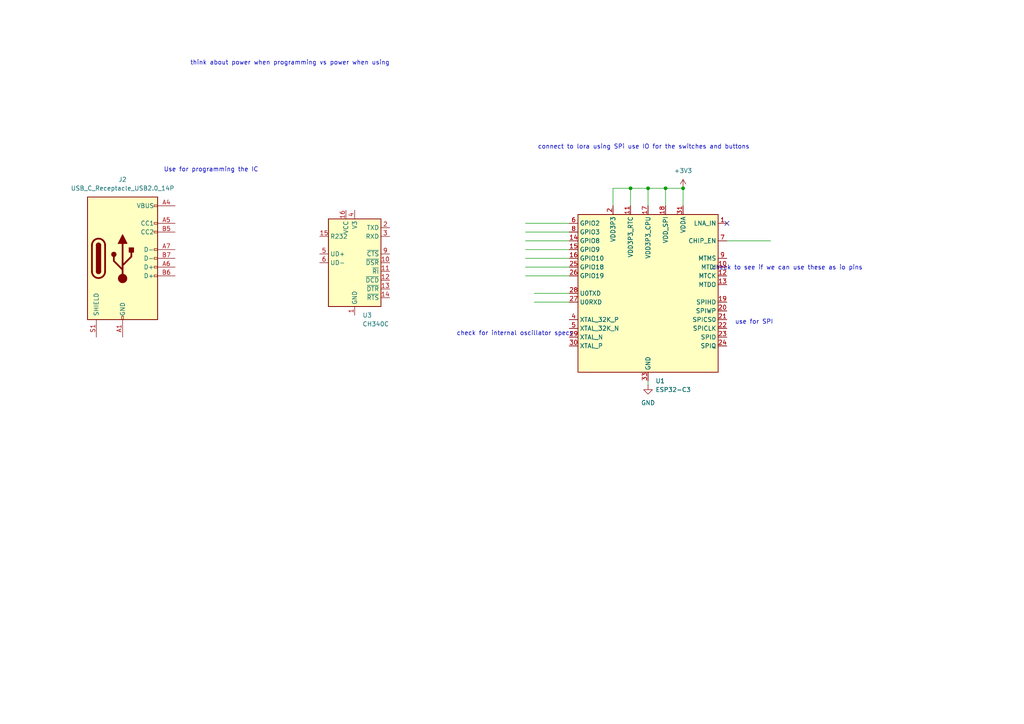
<source format=kicad_sch>
(kicad_sch (version 20250114) (generator "eeschema") (generator_version "9.0")
  (paper "A4")
  (lib_symbols
    (symbol "Connector:USB_C_Receptacle_USB2.0_14P" (pin_names (offset 1.016))
      (property "Reference" "J" (at 0 22.225 0))
      (property "Value" "USB_C_Receptacle_USB2.0_14P" (at 0 19.685 0))
      (symbol "USB_C_Receptacle_USB2.0_14P_0_0"
        (rectangle (start -0.254 -17.78) (end 0.254 -16.764))
        (rectangle (start 10.16 15.494) (end 9.144 14.986))
        (rectangle (start 10.16 10.414) (end 9.144 9.906))
        (rectangle (start 10.16 7.874) (end 9.144 7.366))
        (rectangle (start 10.16 2.794) (end 9.144 2.286))
        (rectangle (start 10.16 0.254) (end 9.144 -0.254))
        (rectangle (start 10.16 -2.286) (end 9.144 -2.794))
        (rectangle (start 10.16 -4.826) (end 9.144 -5.334))
      )
      (symbol "USB_C_Receptacle_USB2.0_14P_0_1"
        (rectangle (start -10.16 17.78) (end 10.16 -17.78) (stroke (width 0.254)) (fill (type background)))
        (polyline (pts (xy -8.89 -3.81) (xy -8.89 3.81)) (stroke (width 0.508)))
        (rectangle (start -7.62 -3.81) (end -6.35 3.81) (stroke (width 0.254)) (fill (type outline)))
        (arc (start -7.62 3.81) (mid -6.985 4.4423) (end -6.35 3.81) (stroke (width 0.254)))
        (arc (start -7.62 3.81) (mid -6.985 4.4423) (end -6.35 3.81) (stroke (width 0.254)) (fill (type outline)))
        (arc (start -8.89 3.81) (mid -6.985 5.7067) (end -5.08 3.81) (stroke (width 0.508)))
        (arc (start -5.08 -3.81) (mid -6.985 -5.7067) (end -8.89 -3.81) (stroke (width 0.508)))
        (arc (start -6.35 -3.81) (mid -6.985 -4.4423) (end -7.62 -3.81) (stroke (width 0.254)))
        (arc (start -6.35 -3.81) (mid -6.985 -4.4423) (end -7.62 -3.81) (stroke (width 0.254)) (fill (type outline)))
        (polyline (pts (xy -5.08 3.81) (xy -5.08 -3.81)) (stroke (width 0.508)))
        (circle (center -2.54 1.143) (radius 0.635) (stroke (width 0.254)) (fill (type outline)))
        (polyline (pts (xy -1.27 4.318) (xy 0 6.858) (xy 1.27 4.318) (xy -1.27 4.318)) (stroke (width 0.254)) (fill (type outline)))
        (polyline (pts (xy 0 -2.032) (xy 2.54 0.508) (xy 2.54 1.778)) (stroke (width 0.508)))
        (polyline (pts (xy 0 -3.302) (xy -2.54 -0.762) (xy -2.54 0.508)) (stroke (width 0.508)))
        (polyline (pts (xy 0 -5.842) (xy 0 4.318)) (stroke (width 0.508)))
        (circle (center 0 -5.842) (radius 1.27) (fill (type outline)))
        (rectangle (start 1.905 1.778) (end 3.175 3.048) (stroke (width 0.254)) (fill (type outline)))
      )
      (symbol "USB_C_Receptacle_USB2.0_14P_1_1"
        (pin passive line (at -7.62 -22.86 90) (length 5.08) (name "SHIELD") (number "S1"))
        (pin passive line (at 0 -22.86 90) (length 5.08) (name "GND") (number "A1"))
        (pin passive line (at 0 -22.86 90) (length 5.08) (hide yes) (name "GND") (number "A12"))
        (pin passive line (at 0 -22.86 90) (length 5.08) (hide yes) (name "GND") (number "B1"))
        (pin passive line (at 0 -22.86 90) (length 5.08) (hide yes) (name "GND") (number "B12"))
        (pin passive line (at 15.24 15.24 180) (length 5.08) (name "VBUS") (number "A4"))
        (pin passive line (at 15.24 15.24 180) (length 5.08) (hide yes) (name "VBUS") (number "A9"))
        (pin passive line (at 15.24 15.24 180) (length 5.08) (hide yes) (name "VBUS") (number "B4"))
        (pin passive line (at 15.24 15.24 180) (length 5.08) (hide yes) (name "VBUS") (number "B9"))
        (pin bidirectional line (at 15.24 10.16 180) (length 5.08) (name "CC1") (number "A5"))
        (pin bidirectional line (at 15.24 7.62 180) (length 5.08) (name "CC2") (number "B5"))
        (pin bidirectional line (at 15.24 2.54 180) (length 5.08) (name "D-") (number "A7"))
        (pin bidirectional line (at 15.24 0 180) (length 5.08) (name "D-") (number "B7"))
        (pin bidirectional line (at 15.24 -2.54 180) (length 5.08) (name "D+") (number "A6"))
        (pin bidirectional line (at 15.24 -5.08 180) (length 5.08) (name "D+") (number "B6"))
      )
    )
    (symbol "Interface_USB:CH340C"
      (property "Reference" "U" (at -5.08 13.97 0))
      (property "Value" "CH340C" (at 1.27 13.97 0))
      (symbol "CH340C_0_1"
        (rectangle (start -7.62 12.7) (end 7.62 -12.7) (stroke (width 0.254)) (fill (type background)))
      )
      (symbol "CH340C_1_1"
        (pin input line (at -10.16 7.62 0) (length 2.54) (name "R232") (number "15"))
        (pin bidirectional line (at -10.16 2.54 0) (length 2.54) (name "UD+") (number "5"))
        (pin bidirectional line (at -10.16 0 0) (length 2.54) (name "UD-") (number "6"))
        (pin no_connect line (at -7.62 -5.08 0) (length 2.54) (hide yes) (name "NC") (number "7"))
        (pin no_connect line (at -7.62 -7.62 0) (length 2.54) (hide yes) (name "NC") (number "8"))
        (pin power_in line (at -2.54 15.24 270) (length 2.54) (name "VCC") (number "16"))
        (pin power_out line (at 0 15.24 270) (length 2.54) (name "V3") (number "4"))
        (pin power_in line (at 0 -15.24 90) (length 2.54) (name "GND") (number "1"))
        (pin output line (at 10.16 10.16 180) (length 2.54) (name "TXD") (number "2"))
        (pin input line (at 10.16 7.62 180) (length 2.54) (name "RXD") (number "3"))
        (pin input line (at 10.16 2.54 180) (length 2.54) (name "~{CTS}") (number "9"))
        (pin input line (at 10.16 0 180) (length 2.54) (name "~{DSR}") (number "10"))
        (pin input line (at 10.16 -2.54 180) (length 2.54) (name "~{RI}") (number "11"))
        (pin input line (at 10.16 -5.08 180) (length 2.54) (name "~{DCD}") (number "12"))
        (pin output line (at 10.16 -7.62 180) (length 2.54) (name "~{DTR}") (number "13"))
        (pin output line (at 10.16 -10.16 180) (length 2.54) (name "~{RTS}") (number "14"))
      )
    )
    (symbol "MCU_Espressif:ESP32-C3"
      (property "Reference" "U" (at -17.272 23.876 0))
      (property "Value" "ESP32-C3" (at 16.256 23.876 0))
      (symbol "ESP32-C3_1_1"
        (rectangle (start -20.32 22.86) (end 20.32 -22.86) (stroke (width 0.254)) (fill (type background)))
        (pin bidirectional line (at -22.86 20.32 0) (length 2.54) (name "GPIO2") (number "6"))
        (pin bidirectional line (at -22.86 17.78 0) (length 2.54) (name "GPIO3") (number "8"))
        (pin bidirectional line (at -22.86 15.24 0) (length 2.54) (name "GPIO8") (number "14"))
        (pin bidirectional line (at -22.86 12.7 0) (length 2.54) (name "GPIO9") (number "15"))
        (pin bidirectional line (at -22.86 10.16 0) (length 2.54) (name "GPIO10") (number "16"))
        (pin bidirectional line (at -22.86 7.62 0) (length 2.54) (name "GPIO18") (number "25"))
        (pin bidirectional line (at -22.86 5.08 0) (length 2.54) (name "GPIO19") (number "26"))
        (pin bidirectional line (at -22.86 0 0) (length 2.54) (name "U0TXD") (number "28"))
        (pin bidirectional line (at -22.86 -2.54 0) (length 2.54) (name "U0RXD") (number "27"))
        (pin bidirectional line (at -22.86 -7.62 0) (length 2.54) (name "XTAL_32K_P") (number "4"))
        (pin bidirectional line (at -22.86 -10.16 0) (length 2.54) (name "XTAL_32K_N") (number "5"))
        (pin bidirectional line (at -22.86 -12.7 0) (length 2.54) (name "XTAL_N") (number "29"))
        (pin bidirectional line (at -22.86 -15.24 0) (length 2.54) (name "XTAL_P") (number "30"))
        (pin power_in line (at -10.16 25.4 270) (length 2.54) (name "VDD3P3") (number "2"))
        (pin passive line (at -10.16 25.4 270) (length 2.54) (hide yes) (name "VDD3P3") (number "3"))
        (pin power_in line (at -5.08 25.4 270) (length 2.54) (name "VDD3P3_RTC") (number "11"))
        (pin power_in line (at 0 25.4 270) (length 2.54) (name "VDD3P3_CPU") (number "17"))
        (pin power_in line (at 0 -25.4 90) (length 2.54) (name "GND") (number "33"))
        (pin power_out line (at 5.08 25.4 270) (length 2.54) (name "VDD_SPI") (number "18"))
        (pin power_in line (at 10.16 25.4 270) (length 2.54) (name "VDDA") (number "31"))
        (pin passive line (at 10.16 25.4 270) (length 2.54) (hide yes) (name "VDDA") (number "32"))
        (pin bidirectional line (at 22.86 20.32 180) (length 2.54) (name "LNA_IN") (number "1"))
        (pin bidirectional line (at 22.86 15.24 180) (length 2.54) (name "CHIP_EN") (number "7"))
        (pin bidirectional line (at 22.86 10.16 180) (length 2.54) (name "MTMS") (number "9"))
        (pin bidirectional line (at 22.86 7.62 180) (length 2.54) (name "MTDI") (number "10"))
        (pin bidirectional line (at 22.86 5.08 180) (length 2.54) (name "MTCK") (number "12"))
        (pin bidirectional line (at 22.86 2.54 180) (length 2.54) (name "MTDO") (number "13"))
        (pin bidirectional line (at 22.86 -2.54 180) (length 2.54) (name "SPIHD") (number "19"))
        (pin bidirectional line (at 22.86 -5.08 180) (length 2.54) (name "SPIWP") (number "20"))
        (pin bidirectional line (at 22.86 -7.62 180) (length 2.54) (name "SPICS0") (number "21"))
        (pin bidirectional line (at 22.86 -10.16 180) (length 2.54) (name "SPICLK") (number "22"))
        (pin bidirectional line (at 22.86 -12.7 180) (length 2.54) (name "SPID") (number "23"))
        (pin bidirectional line (at 22.86 -15.24 180) (length 2.54) (name "SPIQ") (number "24"))
      )
    )
    (symbol "power:+3V3" (power) (pin_numbers (hide yes)) (pin_names (offset 0) (hide yes))
      (property "Value" "+3V3" (at 0 3.556 0))
      (symbol "+3V3_0_1"
        (polyline (pts (xy -0.762 1.27) (xy 0 2.54)))
        (polyline (pts (xy 0 2.54) (xy 0.762 1.27)))
        (polyline (pts (xy 0 0) (xy 0 2.54)))
      )
      (symbol "+3V3_1_1"
        (pin power_in line (at 0 0 90) (length 0) (name "~") (number "1"))
      )
    )
    (symbol "power:GND" (power) (pin_numbers (hide yes)) (pin_names (offset 0) (hide yes))
      (property "Value" "GND" (at 0 -3.81 0))
      (symbol "GND_0_1"
        (polyline (pts (xy 0 0) (xy 0 -1.27) (xy 1.27 -1.27) (xy 0 -2.54) (xy -1.27 -1.27) (xy 0 -1.27)))
      )
      (symbol "GND_1_1"
        (pin power_in line (at 0 0 270) (length 0) (name "~") (number "1"))
      )
    )
  )
  (text "connect to lora using SPi use IO for the switches and buttons\n" (at 186.69 42.672 0) (effects (font (size 1.27 1.27))))
  (text "think about power when programming vs power when using " (at 84.582 18.288 0) (effects (font (size 1.27 1.27))))
  (text "check for internal oscillator specs" (at 149.352 96.774 0) (effects (font (size 1.27 1.27))))
  (text "use for SPI " (at 219.202 93.472 0) (effects (font (size 1.27 1.27))))
  (text "Use for programming the IC" (at 61.214 49.276 0) (effects (font (size 1.27 1.27))))
  (text "check to see if we can use these as io pins" (at 228.346 77.724 0) (effects (font (size 1.27 1.27))))
  (junction (at 182.88 54.61))
  (junction (at 198.12 54.61))
  (junction (at 187.96 54.61))
  (junction (at 193.04 54.61))
  (no_connect (at 210.82 64.77))
  (wire (pts (xy 152.4 64.77) (xy 165.1 64.77)))
  (wire (pts (xy 198.12 54.61) (xy 198.12 59.69)))
  (wire (pts (xy 193.04 54.61) (xy 198.12 54.61)))
  (wire (pts (xy 152.4 69.85) (xy 165.1 69.85)))
  (wire (pts (xy 177.8 59.69) (xy 177.8 54.61)))
  (wire (pts (xy 152.4 74.93) (xy 165.1 74.93)))
  (wire (pts (xy 193.04 54.61) (xy 193.04 59.69)))
  (wire (pts (xy 210.82 69.85) (xy 223.52 69.85)))
  (wire (pts (xy 152.4 80.01) (xy 165.1 80.01)))
  (wire (pts (xy 177.8 54.61) (xy 182.88 54.61)))
  (wire (pts (xy 154.94 87.63) (xy 165.1 87.63)))
  (wire (pts (xy 182.88 54.61) (xy 187.96 54.61)))
  (wire (pts (xy 187.96 54.61) (xy 187.96 59.69)))
  (wire (pts (xy 187.96 54.61) (xy 193.04 54.61)))
  (wire (pts (xy 182.88 54.61) (xy 182.88 59.69)))
  (wire (pts (xy 152.4 72.39) (xy 165.1 72.39)))
  (wire (pts (xy 152.4 77.47) (xy 165.1 77.47)))
  (wire (pts (xy 152.4 67.31) (xy 165.1 67.31)))
  (wire (pts (xy 154.94 85.09) (xy 165.1 85.09)))
  (wire (pts (xy 187.96 110.49) (xy 187.96 111.76)))
  (symbol (lib_id "Connector:USB_C_Receptacle_USB2.0_14P") (at 35.56 74.93 0) (unit 1)
    (property "Reference" "J2" (at 35.56 52.07 0))
    (property "Value" "USB_C_Receptacle_USB2.0_14P" (at 35.56 54.61 0))
    (property "Datasheet" "https://www.usb.org/sites/default/files/documents/usb_type-c.zip" (effects (hide yes)))
    (property "Description" "USB 2.0-only 14P Type-C Receptacle connector" (effects (hide yes)))
  )
  (symbol (lib_id "Interface_USB:CH340C") (at 102.87 76.2 0) (unit 1)
    (property "Reference" "U3" (at 105.1277 91.44 0) (effects (justify left)))
    (property "Value" "CH340C" (at 105.1277 93.98 0) (effects (justify left)))
    (property "Footprint" "Package_SO:SOIC-16_3.9x9.9mm_P1.27mm" (effects (hide yes)))
    (property "Datasheet" "https://datasheet.lcsc.com/szlcsc/Jiangsu-Qin-Heng-CH340C_C84681.pdf" (effects (hide yes)))
    (property "Description" "USB serial converter, crystal-less, UART, SOIC-16" (effects (hide yes)))
  )
  (symbol (lib_id "MCU_Espressif:ESP32-C3") (at 187.96 85.09 0) (unit 1)
    (property "Reference" "U1" (at 190.1033 110.49 0) (effects (justify left)))
    (property "Value" "ESP32-C3" (at 190.1033 113.03 0) (effects (justify left)))
    (property "Footprint" "Package_DFN_QFN:QFN-32-1EP_5x5mm_P0.5mm_EP3.7x3.7mm" (effects (hide yes)))
    (property "Datasheet" "https://www.espressif.com/sites/default/files/documentation/esp32-c3_datasheet_en.pdf" (effects (hide yes)))
    (property "Description" "RF Module, ESP32 SoC, RISC-V, WiFi 802.11b/n/g, Bluetooth LE 5, QFN32" (effects (hide yes)))
  )
  (symbol (lib_id "power:+3V3") (at 198.12 54.61 0) (unit 1)
    (property "Reference" "#PWR014" (effects (hide yes)))
    (property "Value" "+3V3" (at 198.12 49.53 0))
    (property "Description" "Power symbol creates a global label with name \"+3V3\"" (effects (hide yes)))
  )
  (symbol (lib_id "power:GND") (at 187.96 111.76 0) (unit 1)
    (property "Reference" "#PWR013" (effects (hide yes)))
    (property "Value" "GND" (at 187.96 116.84 0))
    (property "Description" "Power symbol creates a global label with name \"GND\" , ground" (effects (hide yes)))
  )
)
</source>
